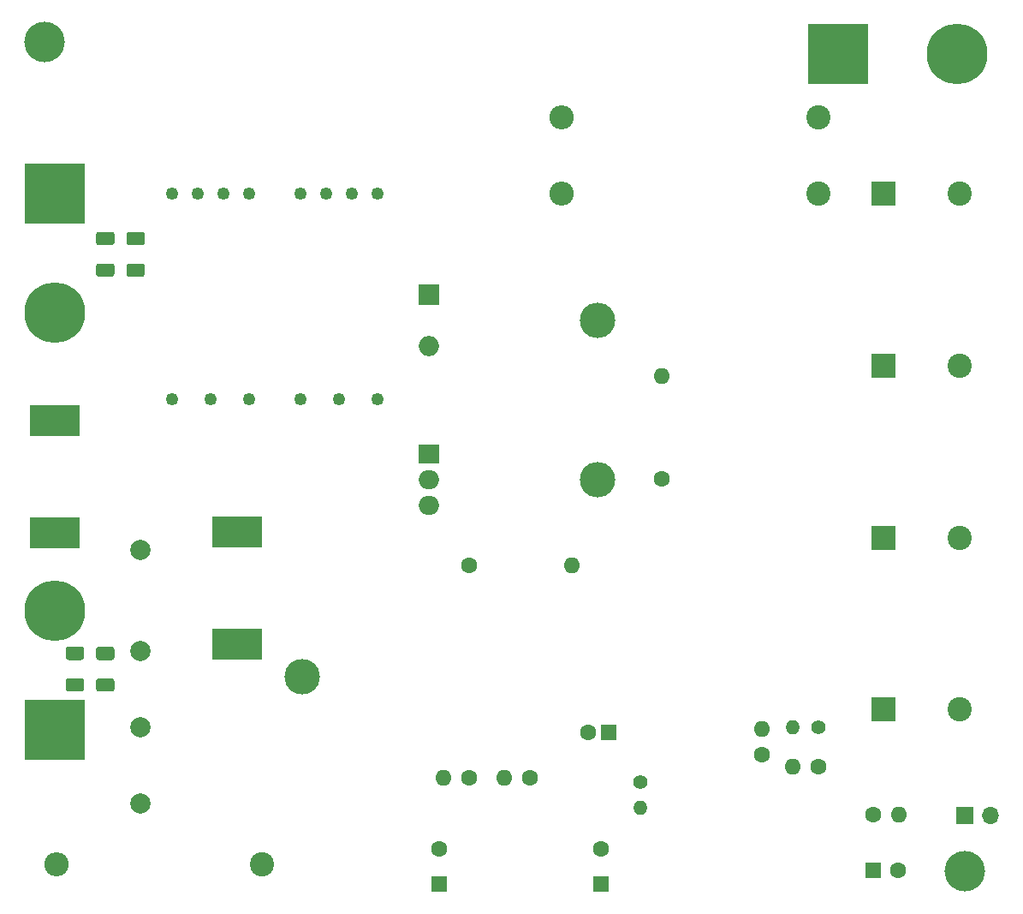
<source format=gbr>
%TF.GenerationSoftware,KiCad,Pcbnew,5.1.9-73d0e3b20d~88~ubuntu20.04.1*%
%TF.CreationDate,2021-03-11T22:23:18-06:00*%
%TF.ProjectId,pfc,7066632e-6b69-4636-9164-5f7063625858,rev?*%
%TF.SameCoordinates,Original*%
%TF.FileFunction,Soldermask,Bot*%
%TF.FilePolarity,Negative*%
%FSLAX46Y46*%
G04 Gerber Fmt 4.6, Leading zero omitted, Abs format (unit mm)*
G04 Created by KiCad (PCBNEW 5.1.9-73d0e3b20d~88~ubuntu20.04.1) date 2021-03-11 22:23:18*
%MOMM*%
%LPD*%
G01*
G04 APERTURE LIST*
%ADD10C,4.000000*%
%ADD11R,5.999480X5.999480*%
%ADD12C,5.999480*%
%ADD13R,5.000000X3.100000*%
%ADD14O,1.400000X1.400000*%
%ADD15C,1.400000*%
%ADD16O,1.600000X1.600000*%
%ADD17C,1.600000*%
%ADD18O,2.000000X1.905000*%
%ADD19R,2.000000X1.905000*%
%ADD20O,3.500000X3.500000*%
%ADD21O,2.400000X2.400000*%
%ADD22C,2.400000*%
%ADD23O,1.700000X1.700000*%
%ADD24R,1.700000X1.700000*%
%ADD25O,2.000000X2.000000*%
%ADD26R,2.000000X2.000000*%
%ADD27R,1.600000X1.600000*%
%ADD28R,2.400000X2.400000*%
%ADD29C,1.250000*%
%ADD30C,3.500000*%
%ADD31C,2.000000*%
G04 APERTURE END LIST*
D10*
%TO.C,REF\u002A\u002A*%
X195000000Y-136250000D03*
%TD*%
%TO.C,REF\u002A\u002A*%
X104000000Y-54250000D03*
%TD*%
D11*
%TO.C,J4*%
X105000000Y-122250000D03*
D12*
X105000000Y-110450000D03*
%TD*%
D13*
%TO.C,L5*%
X105000000Y-91700000D03*
X105000000Y-102800000D03*
%TD*%
%TO.C,L4*%
X123000000Y-102700000D03*
X123000000Y-113800000D03*
%TD*%
%TO.C,C26*%
G36*
G01*
X107650001Y-115350000D02*
X106349999Y-115350000D01*
G75*
G02*
X106100000Y-115100001I0J249999D01*
G01*
X106100000Y-114274999D01*
G75*
G02*
X106349999Y-114025000I249999J0D01*
G01*
X107650001Y-114025000D01*
G75*
G02*
X107900000Y-114274999I0J-249999D01*
G01*
X107900000Y-115100001D01*
G75*
G02*
X107650001Y-115350000I-249999J0D01*
G01*
G37*
G36*
G01*
X107650001Y-118475000D02*
X106349999Y-118475000D01*
G75*
G02*
X106100000Y-118225001I0J249999D01*
G01*
X106100000Y-117399999D01*
G75*
G02*
X106349999Y-117150000I249999J0D01*
G01*
X107650001Y-117150000D01*
G75*
G02*
X107900000Y-117399999I0J-249999D01*
G01*
X107900000Y-118225001D01*
G75*
G02*
X107650001Y-118475000I-249999J0D01*
G01*
G37*
%TD*%
%TO.C,C25*%
G36*
G01*
X110650001Y-115350000D02*
X109349999Y-115350000D01*
G75*
G02*
X109100000Y-115100001I0J249999D01*
G01*
X109100000Y-114274999D01*
G75*
G02*
X109349999Y-114025000I249999J0D01*
G01*
X110650001Y-114025000D01*
G75*
G02*
X110900000Y-114274999I0J-249999D01*
G01*
X110900000Y-115100001D01*
G75*
G02*
X110650001Y-115350000I-249999J0D01*
G01*
G37*
G36*
G01*
X110650001Y-118475000D02*
X109349999Y-118475000D01*
G75*
G02*
X109100000Y-118225001I0J249999D01*
G01*
X109100000Y-117399999D01*
G75*
G02*
X109349999Y-117150000I249999J0D01*
G01*
X110650001Y-117150000D01*
G75*
G02*
X110900000Y-117399999I0J-249999D01*
G01*
X110900000Y-118225001D01*
G75*
G02*
X110650001Y-118475000I-249999J0D01*
G01*
G37*
%TD*%
%TO.C,C24*%
G36*
G01*
X112349999Y-76150000D02*
X113650001Y-76150000D01*
G75*
G02*
X113900000Y-76399999I0J-249999D01*
G01*
X113900000Y-77225001D01*
G75*
G02*
X113650001Y-77475000I-249999J0D01*
G01*
X112349999Y-77475000D01*
G75*
G02*
X112100000Y-77225001I0J249999D01*
G01*
X112100000Y-76399999D01*
G75*
G02*
X112349999Y-76150000I249999J0D01*
G01*
G37*
G36*
G01*
X112349999Y-73025000D02*
X113650001Y-73025000D01*
G75*
G02*
X113900000Y-73274999I0J-249999D01*
G01*
X113900000Y-74100001D01*
G75*
G02*
X113650001Y-74350000I-249999J0D01*
G01*
X112349999Y-74350000D01*
G75*
G02*
X112100000Y-74100001I0J249999D01*
G01*
X112100000Y-73274999D01*
G75*
G02*
X112349999Y-73025000I249999J0D01*
G01*
G37*
%TD*%
%TO.C,C23*%
G36*
G01*
X109349999Y-76150000D02*
X110650001Y-76150000D01*
G75*
G02*
X110900000Y-76399999I0J-249999D01*
G01*
X110900000Y-77225001D01*
G75*
G02*
X110650001Y-77475000I-249999J0D01*
G01*
X109349999Y-77475000D01*
G75*
G02*
X109100000Y-77225001I0J249999D01*
G01*
X109100000Y-76399999D01*
G75*
G02*
X109349999Y-76150000I249999J0D01*
G01*
G37*
G36*
G01*
X109349999Y-73025000D02*
X110650001Y-73025000D01*
G75*
G02*
X110900000Y-73274999I0J-249999D01*
G01*
X110900000Y-74100001D01*
G75*
G02*
X110650001Y-74350000I-249999J0D01*
G01*
X109349999Y-74350000D01*
G75*
G02*
X109100000Y-74100001I0J249999D01*
G01*
X109100000Y-73274999D01*
G75*
G02*
X109349999Y-73025000I249999J0D01*
G01*
G37*
%TD*%
D14*
%TO.C,R4*%
X177960000Y-122000000D03*
D15*
X180500000Y-122000000D03*
%TD*%
D14*
%TO.C,R3*%
X162940000Y-129960000D03*
D15*
X162940000Y-127420000D03*
%TD*%
D11*
%TO.C,J2*%
X182474000Y-55414000D03*
D12*
X194274000Y-55414000D03*
%TD*%
D16*
%TO.C,Rout2*%
X165000000Y-87291000D03*
D17*
X165000000Y-97451000D03*
%TD*%
D16*
%TO.C,Rout1*%
X156160000Y-106000000D03*
D17*
X146000000Y-106000000D03*
%TD*%
D18*
%TO.C,Q1*%
X142000000Y-100080000D03*
X142000000Y-97540000D03*
D19*
X142000000Y-95000000D03*
D20*
X158660000Y-97540000D03*
%TD*%
D16*
%TO.C,Risf2*%
X149460000Y-127000000D03*
D17*
X152000000Y-127000000D03*
%TD*%
D16*
%TO.C,Risf1*%
X143460000Y-127000000D03*
D17*
X146000000Y-127000000D03*
%TD*%
D21*
%TO.C,R8*%
X155100000Y-61700000D03*
D22*
X180500000Y-61700000D03*
%TD*%
D21*
%TO.C,R7*%
X155100000Y-69250000D03*
D22*
X180500000Y-69250000D03*
%TD*%
D16*
%TO.C,R6*%
X188480000Y-130670000D03*
D17*
X185940000Y-130670000D03*
%TD*%
D16*
%TO.C,R5*%
X177960000Y-125920000D03*
D17*
X180500000Y-125920000D03*
%TD*%
D16*
%TO.C,R2*%
X174940000Y-122130000D03*
D17*
X174940000Y-124670000D03*
%TD*%
D21*
%TO.C,R1*%
X105180000Y-135500000D03*
D22*
X125500000Y-135500000D03*
%TD*%
D23*
%TO.C,J3*%
X197540000Y-130750000D03*
D24*
X195000000Y-130750000D03*
%TD*%
D25*
%TO.C,D2*%
X142000000Y-84330000D03*
D26*
X142000000Y-79250000D03*
D20*
X158660000Y-81790000D03*
%TD*%
D17*
%TO.C,C22*%
X188440000Y-136170000D03*
D27*
X185940000Y-136170000D03*
%TD*%
D17*
%TO.C,C14*%
X159000000Y-134000000D03*
D27*
X159000000Y-137500000D03*
%TD*%
D17*
%TO.C,C13*%
X143000000Y-134000000D03*
D27*
X143000000Y-137500000D03*
%TD*%
D22*
%TO.C,C10*%
X194500000Y-120250000D03*
D28*
X187000000Y-120250000D03*
%TD*%
D22*
%TO.C,C9*%
X194500000Y-86250000D03*
D28*
X187000000Y-86250000D03*
%TD*%
D22*
%TO.C,C7*%
X194500000Y-69250000D03*
D28*
X187000000Y-69250000D03*
%TD*%
D22*
%TO.C,C5*%
X194500000Y-103250000D03*
D28*
X187000000Y-103250000D03*
%TD*%
D17*
%TO.C,C4*%
X157750000Y-122500000D03*
D27*
X159750000Y-122500000D03*
%TD*%
D11*
%TO.C,J1*%
X105000000Y-69250000D03*
D12*
X105000000Y-81050000D03*
%TD*%
D29*
%TO.C,L1*%
X116620000Y-69270000D03*
X116620000Y-89590000D03*
X119160000Y-69270000D03*
X121700000Y-69270000D03*
X124240000Y-69270000D03*
X129320000Y-69270000D03*
X131860000Y-69270000D03*
X134400000Y-69270000D03*
X136940000Y-69270000D03*
X120430000Y-89590000D03*
X124240000Y-89590000D03*
X129320000Y-89590000D03*
X133130000Y-89590000D03*
X136940000Y-89590000D03*
%TD*%
D30*
%TO.C,D1*%
X129500000Y-117000000D03*
D31*
X113500000Y-129500000D03*
X113500000Y-122000000D03*
X113500000Y-114500000D03*
X113500000Y-104500000D03*
%TD*%
M02*

</source>
